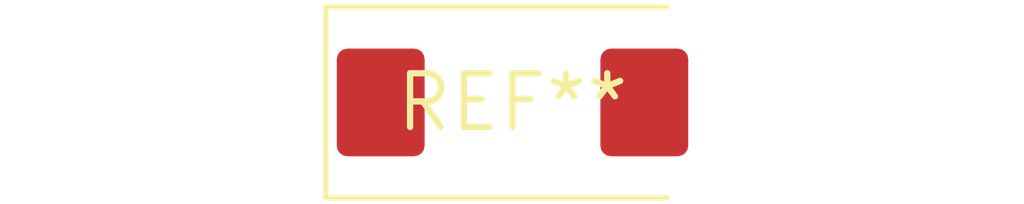
<source format=kicad_pcb>
(kicad_pcb (version 20240108) (generator pcbnew)
  (layers (0 "F.Cu" signal) (31 "B.Cu" signal) (34 "B.Paste" user) (35 "F.Paste" user) (36 "B.SilkS" user "B.Silkscreen") (37 "F.SilkS" user "F.Silkscreen") (38 "B.Mask" user) (39 "F.Mask" user) (44 "Edge.Cuts" user))
  (net 0 "")
  (footprint "CP_EIA-7343-30_AVX-N" (layer "F.Cu") (at 0 0)
    (property "Reference" "REF**")
    (property "Value" "CP_EIA-7343-30_AVX-N")
    (fp_line (start -4.41 -2.26) (end -4.41 2.26) (layer "F.SilkS") (stroke (width 0.12)))
    (fp_line (start -4.41 2.26) (end 3.65 2.26) (layer "F.SilkS") (stroke (width 0.12)))
    (fp_line (start 3.65 -2.26) (end -4.41 -2.26) (layer "F.SilkS") (stroke (width 0.12)))
    (pad "1" smd roundrect (at -3.1125 0) (size 2.075 2.55) (layers "F.Cu" "F.Paste" "F.Mask") (roundrect_rratio 0.120482))
    (pad "2" smd roundrect (at 3.1125 0) (size 2.075 2.55) (layers "F.Cu" "F.Paste" "F.Mask") (roundrect_rratio 0.120482))
  )
)
</source>
